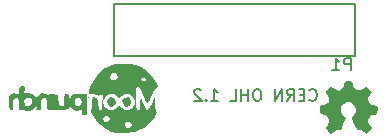
<source format=gbo>
G04 (created by PCBNEW (2013-may-18)-stable) date Sun 16 Aug 2015 12:26:19 AM CST*
%MOIN*%
G04 Gerber Fmt 3.4, Leading zero omitted, Abs format*
%FSLAX34Y34*%
G01*
G70*
G90*
G04 APERTURE LIST*
%ADD10C,0.00590551*%
%ADD11C,0.00787402*%
%ADD12C,0.0001*%
%ADD13C,0.008*%
G04 APERTURE END LIST*
G54D10*
G54D11*
X89122Y-60200D02*
X89141Y-60219D01*
X89197Y-60238D01*
X89235Y-60238D01*
X89291Y-60219D01*
X89328Y-60181D01*
X89347Y-60144D01*
X89366Y-60069D01*
X89366Y-60013D01*
X89347Y-59938D01*
X89328Y-59900D01*
X89291Y-59863D01*
X89235Y-59844D01*
X89197Y-59844D01*
X89141Y-59863D01*
X89122Y-59881D01*
X88953Y-60031D02*
X88822Y-60031D01*
X88766Y-60238D02*
X88953Y-60238D01*
X88953Y-59844D01*
X88766Y-59844D01*
X88372Y-60238D02*
X88503Y-60050D01*
X88597Y-60238D02*
X88597Y-59844D01*
X88447Y-59844D01*
X88410Y-59863D01*
X88391Y-59881D01*
X88372Y-59919D01*
X88372Y-59975D01*
X88391Y-60013D01*
X88410Y-60031D01*
X88447Y-60050D01*
X88597Y-60050D01*
X88203Y-60238D02*
X88203Y-59844D01*
X87979Y-60238D01*
X87979Y-59844D01*
X87416Y-59844D02*
X87341Y-59844D01*
X87304Y-59863D01*
X87266Y-59900D01*
X87247Y-59975D01*
X87247Y-60106D01*
X87266Y-60181D01*
X87304Y-60219D01*
X87341Y-60238D01*
X87416Y-60238D01*
X87454Y-60219D01*
X87491Y-60181D01*
X87510Y-60106D01*
X87510Y-59975D01*
X87491Y-59900D01*
X87454Y-59863D01*
X87416Y-59844D01*
X87079Y-60238D02*
X87079Y-59844D01*
X87079Y-60031D02*
X86854Y-60031D01*
X86854Y-60238D02*
X86854Y-59844D01*
X86479Y-60238D02*
X86666Y-60238D01*
X86666Y-59844D01*
X85841Y-60238D02*
X86066Y-60238D01*
X85954Y-60238D02*
X85954Y-59844D01*
X85991Y-59900D01*
X86029Y-59938D01*
X86066Y-59956D01*
X85673Y-60200D02*
X85654Y-60219D01*
X85673Y-60238D01*
X85691Y-60219D01*
X85673Y-60200D01*
X85673Y-60238D01*
X85504Y-59881D02*
X85485Y-59863D01*
X85448Y-59844D01*
X85354Y-59844D01*
X85316Y-59863D01*
X85298Y-59881D01*
X85279Y-59919D01*
X85279Y-59956D01*
X85298Y-60013D01*
X85523Y-60238D01*
X85279Y-60238D01*
G54D10*
X90629Y-57007D02*
X90629Y-58740D01*
X90629Y-58740D02*
X82598Y-58740D01*
X82598Y-58740D02*
X82598Y-57007D01*
X82598Y-57007D02*
X90629Y-57007D01*
G54D12*
G36*
X91396Y-60498D02*
X91393Y-60550D01*
X91382Y-60638D01*
X91356Y-60680D01*
X91298Y-60696D01*
X91273Y-60699D01*
X91186Y-60722D01*
X91129Y-60783D01*
X91110Y-60820D01*
X91078Y-60897D01*
X91080Y-60952D01*
X91118Y-61018D01*
X91132Y-61037D01*
X91207Y-61143D01*
X91115Y-61239D01*
X91023Y-61336D01*
X90926Y-61267D01*
X90844Y-61225D01*
X90772Y-61213D01*
X90766Y-61214D01*
X90727Y-61212D01*
X90690Y-61175D01*
X90648Y-61091D01*
X90622Y-61027D01*
X90540Y-60822D01*
X90620Y-60728D01*
X90687Y-60612D01*
X90688Y-60501D01*
X90622Y-60391D01*
X90602Y-60369D01*
X90490Y-60290D01*
X90379Y-60278D01*
X90272Y-60331D01*
X90248Y-60353D01*
X90179Y-60462D01*
X90167Y-60583D01*
X90211Y-60695D01*
X90245Y-60735D01*
X90325Y-60809D01*
X90240Y-61023D01*
X90192Y-61136D01*
X90156Y-61199D01*
X90121Y-61222D01*
X90084Y-61219D01*
X89999Y-61228D01*
X89928Y-61268D01*
X89842Y-61335D01*
X89750Y-61239D01*
X89658Y-61143D01*
X89726Y-61032D01*
X89768Y-60952D01*
X89774Y-60889D01*
X89749Y-60815D01*
X89701Y-60737D01*
X89629Y-60704D01*
X89593Y-60699D01*
X89523Y-60687D01*
X89489Y-60655D01*
X89475Y-60584D01*
X89472Y-60547D01*
X89469Y-60458D01*
X89486Y-60414D01*
X89542Y-60394D01*
X89595Y-60385D01*
X89689Y-60361D01*
X89740Y-60315D01*
X89764Y-60264D01*
X89781Y-60181D01*
X89757Y-60109D01*
X89732Y-60071D01*
X89680Y-59988D01*
X89674Y-59930D01*
X89714Y-59873D01*
X89746Y-59841D01*
X89826Y-59766D01*
X89958Y-59842D01*
X90042Y-59887D01*
X90095Y-59900D01*
X90144Y-59882D01*
X90178Y-59861D01*
X90240Y-59801D01*
X90266Y-59740D01*
X90280Y-59638D01*
X90332Y-59586D01*
X90432Y-59572D01*
X90433Y-59572D01*
X90516Y-59576D01*
X90556Y-59603D01*
X90577Y-59672D01*
X90582Y-59702D01*
X90610Y-59799D01*
X90664Y-59854D01*
X90700Y-59872D01*
X90773Y-59893D01*
X90835Y-59879D01*
X90900Y-59838D01*
X91004Y-59764D01*
X91101Y-59856D01*
X91198Y-59949D01*
X91128Y-60062D01*
X91085Y-60145D01*
X91079Y-60210D01*
X91099Y-60270D01*
X91143Y-60340D01*
X91218Y-60378D01*
X91271Y-60389D01*
X91354Y-60406D01*
X91390Y-60435D01*
X91396Y-60498D01*
X91396Y-60498D01*
X91396Y-60498D01*
G37*
G36*
X84065Y-59776D02*
X84051Y-59776D01*
X84024Y-59772D01*
X83994Y-59798D01*
X83954Y-59863D01*
X83901Y-59976D01*
X83846Y-60099D01*
X83793Y-60213D01*
X83749Y-60295D01*
X83719Y-60333D01*
X83712Y-60333D01*
X83691Y-60292D01*
X83680Y-60267D01*
X83680Y-59524D01*
X83656Y-59468D01*
X83615Y-59457D01*
X83546Y-59477D01*
X83520Y-59524D01*
X83530Y-59557D01*
X83580Y-59591D01*
X83640Y-59583D01*
X83678Y-59542D01*
X83680Y-59524D01*
X83680Y-60267D01*
X83652Y-60205D01*
X83603Y-60087D01*
X83582Y-60032D01*
X83522Y-59891D01*
X83475Y-59805D01*
X83435Y-59764D01*
X83410Y-59757D01*
X83383Y-59762D01*
X83365Y-59784D01*
X83354Y-59833D01*
X83349Y-59922D01*
X83347Y-60060D01*
X83347Y-60157D01*
X83348Y-60326D01*
X83351Y-60439D01*
X83358Y-60508D01*
X83372Y-60543D01*
X83394Y-60556D01*
X83412Y-60557D01*
X83447Y-60549D01*
X83468Y-60516D01*
X83480Y-60444D01*
X83487Y-60334D01*
X83497Y-60110D01*
X83585Y-60325D01*
X83635Y-60434D01*
X83684Y-60515D01*
X83720Y-60550D01*
X83721Y-60550D01*
X83764Y-60525D01*
X83821Y-60438D01*
X83873Y-60334D01*
X83977Y-60107D01*
X83978Y-60329D01*
X83986Y-60471D01*
X84006Y-60550D01*
X84022Y-60566D01*
X84038Y-60602D01*
X84015Y-60674D01*
X83960Y-60772D01*
X83879Y-60882D01*
X83780Y-60992D01*
X83620Y-61133D01*
X83455Y-61228D01*
X83305Y-61274D01*
X83305Y-60232D01*
X83286Y-60173D01*
X83206Y-60065D01*
X83099Y-60010D01*
X82980Y-60013D01*
X82864Y-60075D01*
X82843Y-60094D01*
X82774Y-60163D01*
X82738Y-60124D01*
X82738Y-59437D01*
X82716Y-59367D01*
X82661Y-59316D01*
X82589Y-59299D01*
X82529Y-59325D01*
X82492Y-59387D01*
X82480Y-59468D01*
X82499Y-59532D01*
X82502Y-59535D01*
X82563Y-59557D01*
X82644Y-59548D01*
X82709Y-59512D01*
X82712Y-59509D01*
X82738Y-59437D01*
X82738Y-60124D01*
X82710Y-60094D01*
X82603Y-60020D01*
X82487Y-60006D01*
X82378Y-60047D01*
X82291Y-60142D01*
X82274Y-60173D01*
X82249Y-60292D01*
X82277Y-60399D01*
X82344Y-60484D01*
X82437Y-60538D01*
X82544Y-60551D01*
X82651Y-60514D01*
X82698Y-60475D01*
X82780Y-60394D01*
X82862Y-60475D01*
X82964Y-60540D01*
X83073Y-60550D01*
X83174Y-60514D01*
X83255Y-60443D01*
X83304Y-60346D01*
X83305Y-60232D01*
X83305Y-61274D01*
X83269Y-61286D01*
X83206Y-61293D01*
X83206Y-61037D01*
X83175Y-60977D01*
X83104Y-60943D01*
X83077Y-60941D01*
X83010Y-60960D01*
X82986Y-61020D01*
X82999Y-61102D01*
X83051Y-61148D01*
X83122Y-61148D01*
X83182Y-61104D01*
X83206Y-61037D01*
X83206Y-61293D01*
X83043Y-61312D01*
X82980Y-61315D01*
X82802Y-61316D01*
X82672Y-61306D01*
X82569Y-61283D01*
X82522Y-61266D01*
X82472Y-61240D01*
X82472Y-60837D01*
X82442Y-60776D01*
X82371Y-60743D01*
X82344Y-60741D01*
X82274Y-60767D01*
X82247Y-60835D01*
X82260Y-60909D01*
X82305Y-60950D01*
X82375Y-60951D01*
X82442Y-60912D01*
X82449Y-60904D01*
X82472Y-60837D01*
X82472Y-61240D01*
X82343Y-61173D01*
X82172Y-61052D01*
X82033Y-60921D01*
X82003Y-60884D01*
X81939Y-60790D01*
X81885Y-60691D01*
X81848Y-60603D01*
X81834Y-60542D01*
X81846Y-60524D01*
X81865Y-60493D01*
X81877Y-60413D01*
X81880Y-60322D01*
X81881Y-60210D01*
X81890Y-60151D01*
X81913Y-60128D01*
X81957Y-60128D01*
X81972Y-60130D01*
X82023Y-60141D01*
X82053Y-60168D01*
X82069Y-60230D01*
X82080Y-60340D01*
X82095Y-60458D01*
X82116Y-60523D01*
X82149Y-60550D01*
X82155Y-60551D01*
X82190Y-60548D01*
X82208Y-60510D01*
X82213Y-60424D01*
X82214Y-60397D01*
X82218Y-60275D01*
X82229Y-60161D01*
X82234Y-60128D01*
X82243Y-60056D01*
X82222Y-60028D01*
X82184Y-60024D01*
X82128Y-60038D01*
X82114Y-60058D01*
X82090Y-60073D01*
X82040Y-60053D01*
X81949Y-60024D01*
X81873Y-60017D01*
X81812Y-60009D01*
X81784Y-59973D01*
X81787Y-59902D01*
X81822Y-59784D01*
X81849Y-59710D01*
X81958Y-59503D01*
X82117Y-59313D01*
X82311Y-59158D01*
X82402Y-59106D01*
X82526Y-59050D01*
X82645Y-59017D01*
X82787Y-59000D01*
X82869Y-58996D01*
X83168Y-59010D01*
X83431Y-59081D01*
X83659Y-59207D01*
X83849Y-59388D01*
X83911Y-59470D01*
X83974Y-59569D01*
X84025Y-59663D01*
X84057Y-59736D01*
X84065Y-59776D01*
X84065Y-59776D01*
X84065Y-59776D01*
G37*
G36*
X81714Y-60724D02*
X81630Y-60724D01*
X81570Y-60713D01*
X81549Y-60667D01*
X81547Y-60625D01*
X81542Y-60557D01*
X81536Y-60553D01*
X81536Y-60265D01*
X81511Y-60188D01*
X81451Y-60142D01*
X81367Y-60144D01*
X81363Y-60145D01*
X81312Y-60195D01*
X81290Y-60276D01*
X81302Y-60355D01*
X81314Y-60374D01*
X81386Y-60419D01*
X81463Y-60408D01*
X81514Y-60356D01*
X81536Y-60265D01*
X81536Y-60553D01*
X81516Y-60543D01*
X81471Y-60560D01*
X81367Y-60574D01*
X81260Y-60540D01*
X81178Y-60466D01*
X81175Y-60461D01*
X81142Y-60416D01*
X81119Y-60428D01*
X81098Y-60468D01*
X81071Y-60506D01*
X81026Y-60529D01*
X80947Y-60541D01*
X80822Y-60546D01*
X80583Y-60552D01*
X80571Y-60330D01*
X80560Y-60107D01*
X80553Y-60332D01*
X80548Y-60451D01*
X80539Y-60519D01*
X80518Y-60549D01*
X80480Y-60557D01*
X80464Y-60557D01*
X80415Y-60552D01*
X80391Y-60527D01*
X80381Y-60464D01*
X80380Y-60378D01*
X80369Y-60240D01*
X80336Y-60162D01*
X80330Y-60157D01*
X80268Y-60132D01*
X80219Y-60168D01*
X80189Y-60259D01*
X80180Y-60378D01*
X80178Y-60481D01*
X80166Y-60535D01*
X80137Y-60554D01*
X80093Y-60557D01*
X80032Y-60549D01*
X80020Y-60511D01*
X80028Y-60470D01*
X80050Y-60383D01*
X79973Y-60470D01*
X79922Y-60520D01*
X79876Y-60545D01*
X79876Y-60307D01*
X79869Y-60217D01*
X79831Y-60158D01*
X79759Y-60133D01*
X79697Y-60137D01*
X79638Y-60165D01*
X79616Y-60222D01*
X79614Y-60272D01*
X79625Y-60353D01*
X79652Y-60400D01*
X79655Y-60402D01*
X79760Y-60419D01*
X79840Y-60384D01*
X79876Y-60307D01*
X79876Y-60545D01*
X79867Y-60550D01*
X79790Y-60563D01*
X79672Y-60564D01*
X79605Y-60562D01*
X79447Y-60557D01*
X79447Y-60378D01*
X79436Y-60240D01*
X79402Y-60162D01*
X79397Y-60157D01*
X79334Y-60132D01*
X79286Y-60168D01*
X79256Y-60259D01*
X79247Y-60378D01*
X79244Y-60482D01*
X79231Y-60536D01*
X79202Y-60556D01*
X79180Y-60557D01*
X79146Y-60551D01*
X79126Y-60524D01*
X79116Y-60461D01*
X79114Y-60350D01*
X79114Y-60311D01*
X79120Y-60156D01*
X79143Y-60058D01*
X79189Y-60007D01*
X79265Y-59994D01*
X79330Y-60001D01*
X79447Y-60020D01*
X79447Y-59888D01*
X79451Y-59804D01*
X79473Y-59766D01*
X79527Y-59757D01*
X79545Y-59757D01*
X79609Y-59762D01*
X79632Y-59790D01*
X79626Y-59862D01*
X79624Y-59874D01*
X79605Y-59991D01*
X79758Y-59991D01*
X79865Y-59999D01*
X79933Y-60030D01*
X79970Y-60069D01*
X80029Y-60148D01*
X80064Y-60077D01*
X80126Y-60018D01*
X80222Y-59995D01*
X80325Y-60013D01*
X80345Y-60023D01*
X80397Y-60042D01*
X80413Y-60033D01*
X80443Y-60021D01*
X80520Y-60016D01*
X80580Y-60019D01*
X80747Y-60030D01*
X80747Y-60190D01*
X80762Y-60317D01*
X80803Y-60396D01*
X80867Y-60419D01*
X80896Y-60412D01*
X80928Y-60377D01*
X80944Y-60295D01*
X80947Y-60208D01*
X80949Y-60103D01*
X80960Y-60048D01*
X80988Y-60027D01*
X81030Y-60024D01*
X81092Y-60036D01*
X81113Y-60087D01*
X81115Y-60116D01*
X81116Y-60207D01*
X81165Y-60118D01*
X81206Y-60057D01*
X81260Y-60021D01*
X81342Y-60002D01*
X81470Y-59996D01*
X81522Y-59996D01*
X81714Y-59996D01*
X81714Y-60360D01*
X81714Y-60724D01*
X81714Y-60724D01*
X81714Y-60724D01*
G37*
G36*
X81814Y-60441D02*
X81797Y-60457D01*
X81780Y-60441D01*
X81797Y-60424D01*
X81814Y-60441D01*
X81814Y-60441D01*
X81814Y-60441D01*
G37*
G36*
X84114Y-60407D02*
X84097Y-60424D01*
X84080Y-60407D01*
X84097Y-60391D01*
X84114Y-60407D01*
X84114Y-60407D01*
X84114Y-60407D01*
G37*
G36*
X81773Y-60150D02*
X81769Y-60166D01*
X81757Y-60170D01*
X81752Y-60124D01*
X81757Y-60077D01*
X81769Y-60082D01*
X81773Y-60150D01*
X81773Y-60150D01*
X81773Y-60150D01*
G37*
G36*
X84114Y-59907D02*
X84097Y-59924D01*
X84080Y-59907D01*
X84097Y-59891D01*
X84114Y-59907D01*
X84114Y-59907D01*
X84114Y-59907D01*
G37*
G36*
X82677Y-60272D02*
X82658Y-60338D01*
X82614Y-60391D01*
X82551Y-60444D01*
X82499Y-60450D01*
X82439Y-60421D01*
X82395Y-60362D01*
X82381Y-60275D01*
X82401Y-60191D01*
X82420Y-60164D01*
X82495Y-60127D01*
X82580Y-60135D01*
X82643Y-60183D01*
X82646Y-60188D01*
X82677Y-60272D01*
X82677Y-60272D01*
X82677Y-60272D01*
G37*
G36*
X83176Y-60238D02*
X83175Y-60328D01*
X83141Y-60403D01*
X83116Y-60423D01*
X83052Y-60452D01*
X83008Y-60445D01*
X82952Y-60395D01*
X82947Y-60391D01*
X82891Y-60318D01*
X82888Y-60250D01*
X82915Y-60188D01*
X82975Y-60137D01*
X83059Y-60126D01*
X83136Y-60160D01*
X83140Y-60164D01*
X83176Y-60238D01*
X83176Y-60238D01*
X83176Y-60238D01*
G37*
G54D13*
X90492Y-59217D02*
X90492Y-58817D01*
X90339Y-58817D01*
X90301Y-58836D01*
X90282Y-58855D01*
X90263Y-58893D01*
X90263Y-58950D01*
X90282Y-58988D01*
X90301Y-59007D01*
X90339Y-59026D01*
X90492Y-59026D01*
X89882Y-59217D02*
X90111Y-59217D01*
X89996Y-59217D02*
X89996Y-58817D01*
X90034Y-58874D01*
X90073Y-58912D01*
X90111Y-58931D01*
M02*

</source>
